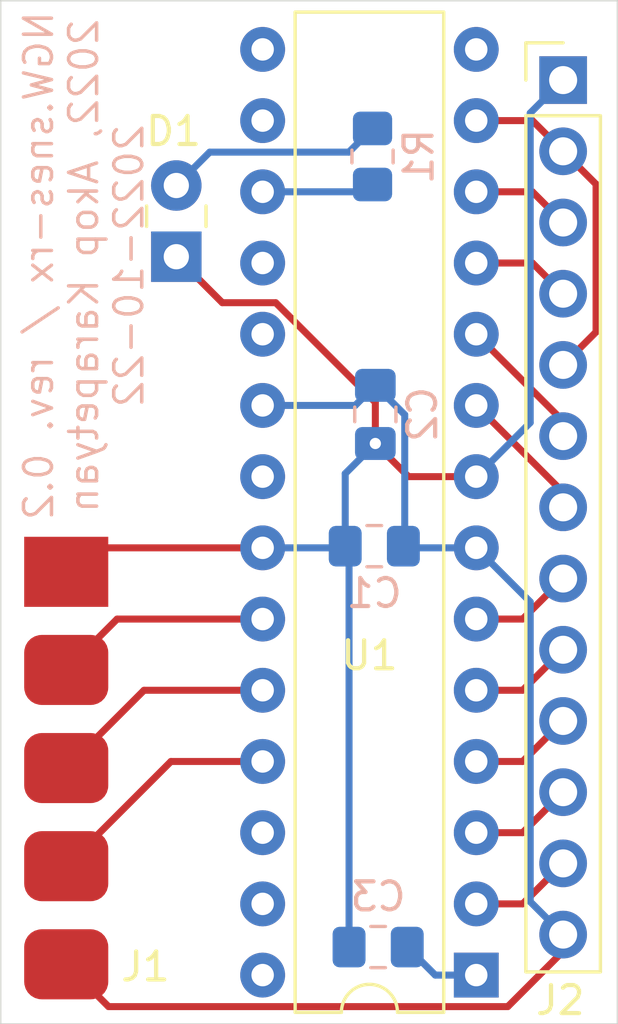
<source format=kicad_pcb>
(kicad_pcb (version 20211014) (generator pcbnew)
  (title_block (title "${PROJECT_NAME}") (date "${ISSUE_DATE}") (rev "${REV_NUMBER}") (company "${AUTHOR_NAME}"))
  (layers (0 "F.Cu" signal) (31 "B.Cu" signal) (34 "B.Paste" user) (35 "F.Paste" user) (36 "B.SilkS" user "B.Silkscreen") (37 "F.SilkS" user "F.Silkscreen") (38 "B.Mask" user) (39 "F.Mask" user) (44 "Edge.Cuts" user))
  (property "AUTHOR_NAME" "Akop Karapetyan")
  (property "ISSUE_DATE" "2022-10-22")
  (property "PROJECT_NAME" "SNES to Neo-Geo Receiver Converter")
  (property "REV_NUMBER" "0.2")
  (net 0 "")
  (net 1 "GND")
  (net 2 "+5V")
  (net 3 "CLOCK")
  (net 4 "LATCH")
  (net 5 "DATA")
  (net 6 "SELECT")
  (net 7 "START")
  (net 8 "A")
  (net 9 "B")
  (net 10 "C")
  (net 11 "D")
  (net 12 "UP")
  (net 13 "RIGHT")
  (net 14 "DOWN")
  (net 15 "LEFT")
  (net 16 "Net-(C3-Pad2)")
  (net 17 "Net-(D1-Pad2)")
  (net 18 "Net-(R1-Pad1)")
  (footprint "NGWireless:Wide5PinConnector" (layer "F.Cu") (at 150.465 102.357 90)
    (fp_text reference "J1" (at -7.1 2.7 unlocked) (layer "F.SilkS"))
    (fp_text value "SNES_Conn_1")
    (pad "1" smd roundrect (at -7.015 -0.127 90) (size 2.5 3) (layers "F.Cu" "F.Paste" "F.Mask") (net 2 "+5V"))
    (pad "2" smd roundrect (at -3.515 -0.127 90) (size 2.5 3) (layers "F.Cu" "F.Paste" "F.Mask") (net 3 "CLOCK"))
    (pad "3" smd roundrect (at -0.015 -0.127 90) (size 2.5 3) (layers "F.Cu" "F.Paste" "F.Mask") (net 4 "LATCH"))
    (pad "4" smd roundrect (at 3.485 -0.127 90) (size 2.5 3) (layers "F.Cu" "F.Paste" "F.Mask") (net 5 "DATA"))
    (pad "5" smd rect (at 6.985 -0.127 90) (size 2.5 3) (layers "F.Cu" "F.Paste" "F.Mask") (net 1 "GND"))
  )
  (footprint "Connector_PinHeader_2.54mm:PinHeader_1x13_P2.54mm_Vertical" (layer "F.Cu") (at 168.065 77.832)
    (fp_text reference "J2" (at -0.1 32.825) (layer "F.SilkS"))
    (fp_text value "NG_Conn" hide)
    (fp_line (start -1.33 31.81) (end 1.33 31.81) (layer "F.SilkS") (width 0.12))
    (fp_line (start -1.33 1.27) (end -1.33 31.81) (layer "F.SilkS") (width 0.12))
    (fp_line (start -1.33 1.27) (end 1.33 1.27) (layer "F.SilkS") (width 0.12))
    (fp_line (start -1.33 0) (end -1.33 -1.33) (layer "F.SilkS") (width 0.12))
    (fp_line (start -1.33 -1.33) (end 0 -1.33) (layer "F.SilkS") (width 0.12))
    (fp_line (start 1.33 1.27) (end 1.33 31.81) (layer "F.SilkS") (width 0.12))
    (pad "1" thru_hole rect locked (at 0 0) (size 1.7 1.7) (drill 1) (layers *.Cu *.Mask) (net 1 "GND"))
    (pad "2" thru_hole oval locked (at 0 2.54) (size 1.7 1.7) (drill 1) (layers *.Cu *.Mask) (net 11 "D"))
    (pad "3" thru_hole oval locked (at 0 5.08) (size 1.7 1.7) (drill 1) (layers *.Cu *.Mask) (net 6 "SELECT"))
    (pad "4" thru_hole oval locked (at 0 7.62) (size 1.7 1.7) (drill 1) (layers *.Cu *.Mask) (net 7 "START"))
    (pad "5" thru_hole oval locked (at 0 10.16) (size 1.7 1.7) (drill 1) (layers *.Cu *.Mask) (net 11 "D"))
    (pad "6" thru_hole oval locked (at 0 12.7) (size 1.7 1.7) (drill 1) (layers *.Cu *.Mask) (net 10 "C"))
    (pad "7" thru_hole oval locked (at 0 15.24) (size 1.7 1.7) (drill 1) (layers *.Cu *.Mask) (net 9 "B"))
    (pad "8" thru_hole oval locked (at 0 17.78) (size 1.7 1.7) (drill 1) (layers *.Cu *.Mask) (net 8 "A"))
    (pad "9" thru_hole oval locked (at 0 20.32) (size 1.7 1.7) (drill 1) (layers *.Cu *.Mask) (net 13 "RIGHT"))
    (pad "10" thru_hole oval locked (at 0 22.86) (size 1.7 1.7) (drill 1) (layers *.Cu *.Mask) (net 15 "LEFT"))
    (pad "11" thru_hole oval locked (at 0 25.4) (size 1.7 1.7) (drill 1) (layers *.Cu *.Mask) (net 14 "DOWN"))
    (pad "12" thru_hole oval locked (at 0 27.94) (size 1.7 1.7) (drill 1) (layers *.Cu *.Mask) (net 12 "UP"))
    (pad "13" thru_hole oval locked (at 0 30.48) (size 1.7 1.7) (drill 1) (layers *.Cu *.Mask) (net 2 "+5V"))
  )
  (footprint "Package_DIP:DIP-28_W7.62mm" (layer "F.Cu") (at 164.965 109.757 180)
    (fp_text reference "U1" (at 3.81 11.4) (layer "F.SilkS"))
    (fp_text value "ATmega328P-PU" hide)
    (fp_line (start 6.46 34.35) (end 6.46 -1.33) (layer "F.SilkS") (width 0.12))
    (fp_line (start 1.16 -1.33) (end 1.16 34.35) (layer "F.SilkS") (width 0.12))
    (fp_line (start 1.16 34.35) (end 6.46 34.35) (layer "F.SilkS") (width 0.12))
    (fp_line (start 6.46 -1.33) (end 4.81 -1.33) (layer "F.SilkS") (width 0.12))
    (fp_line (start 2.81 -1.33) (end 1.16 -1.33) (layer "F.SilkS") (width 0.12))
    (fp_arc (start 4.81 -1.33) (mid 3.81 -0.33) (end 2.81 -1.33) (layer "F.SilkS") (width 0.12))
    (pad "1" thru_hole rect locked (at 0 0 180) (size 1.6 1.6) (drill 0.8) (layers *.Cu *.Mask) (net 16 "Net-(C3-Pad2)"))
    (pad "2" thru_hole oval locked (at 0 2.54 180) (size 1.6 1.6) (drill 0.8) (layers *.Cu *.Mask) (net 12 "UP"))
    (pad "3" thru_hole oval locked (at 0 5.08 180) (size 1.6 1.6) (drill 0.8) (layers *.Cu *.Mask) (net 14 "DOWN"))
    (pad "4" thru_hole oval locked (at 0 7.62 180) (size 1.6 1.6) (drill 0.8) (layers *.Cu *.Mask) (net 15 "LEFT"))
    (pad "5" thru_hole oval locked (at 0 10.16 180) (size 1.6 1.6) (drill 0.8) (layers *.Cu *.Mask) (net 13 "RIGHT"))
    (pad "6" thru_hole oval locked (at 0 12.7 180) (size 1.6 1.6) (drill 0.8) (layers *.Cu *.Mask) (net 8 "A"))
    (pad "7" thru_hole oval locked (at 0 15.24 180) (size 1.6 1.6) (drill 0.8) (layers *.Cu *.Mask) (net 2 "+5V"))
    (pad "8" thru_hole oval locked (at 0 17.78 180) (size 1.6 1.6) (drill 0.8) (layers *.Cu *.Mask) (net 1 "GND"))
    (pad "9" thru_hole oval locked (at 0 20.32 180) (size 1.6 1.6) (drill 0.8) (layers *.Cu *.Mask) (net 9 "B"))
    (pad "10" thru_hole oval locked (at 0 22.86 180) (size 1.6 1.6) (drill 0.8) (layers *.Cu *.Mask) (net 10 "C"))
    (pad "11" thru_hole oval locked (at 0 25.4 180) (size 1.6 1.6) (drill 0.8) (layers *.Cu *.Mask) (net 7 "START"))
    (pad "12" thru_hole oval locked (at 0 27.94 180) (size 1.6 1.6) (drill 0.8) (layers *.Cu *.Mask) (net 6 "SELECT"))
    (pad "13" thru_hole oval locked (at 0 30.48 180) (size 1.6 1.6) (drill 0.8) (layers *.Cu *.Mask) (net 11 "D"))
    (pad "14" thru_hole oval locked (at 0 33.02 180) (size 1.6 1.6) (drill 0.8) (layers *.Cu *.Mask))
    (pad "15" thru_hole oval locked (at 7.62 33.02 180) (size 1.6 1.6) (drill 0.8) (layers *.Cu *.Mask))
    (pad "16" thru_hole oval locked (at 7.62 30.48 180) (size 1.6 1.6) (drill 0.8) (layers *.Cu *.Mask))
    (pad "17" thru_hole oval locked (at 7.62 27.94 180) (size 1.6 1.6) (drill 0.8) (layers *.Cu *.Mask) (net 18 "Net-(R1-Pad1)"))
    (pad "18" thru_hole oval locked (at 7.62 25.4 180) (size 1.6 1.6) (drill 0.8) (layers *.Cu *.Mask))
    (pad "19" thru_hole oval locked (at 7.62 22.86 180) (size 1.6 1.6) (drill 0.8) (layers *.Cu *.Mask))
    (pad "20" thru_hole oval locked (at 7.62 20.32 180) (size 1.6 1.6) (drill 0.8) (layers *.Cu *.Mask) (net 2 "+5V"))
    (pad "21" thru_hole oval locked (at 7.62 17.78 180) (size 1.6 1.6) (drill 0.8) (layers *.Cu *.Mask))
    (pad "22" thru_hole oval locked (at 7.62 15.24 180) (size 1.6 1.6) (drill 0.8) (layers *.Cu *.Mask) (net 1 "GND"))
    (pad "23" thru_hole oval locked (at 7.62 12.7 180) (size 1.6 1.6) (drill 0.8) (layers *.Cu *.Mask) (net 5 "DATA"))
    (pad "24" thru_hole oval locked (at 7.62 10.16 180) (size 1.6 1.6) (drill 0.8) (layers *.Cu *.Mask) (net 4 "LATCH"))
    (pad "25" thru_hole oval locked (at 7.62 7.62 180) (size 1.6 1.6) (drill 0.8) (layers *.Cu *.Mask) (net 3 "CLOCK"))
    (pad "26" thru_hole oval locked (at 7.62 5.08 180) (size 1.6 1.6) (drill 0.8) (layers *.Cu *.Mask))
    (pad "27" thru_hole oval locked (at 7.62 2.54 180) (size 1.6 1.6) (drill 0.8) (layers *.Cu *.Mask))
    (pad "28" thru_hole oval locked (at 7.62 0 180) (size 1.6 1.6) (drill 0.8) (layers *.Cu *.Mask))
  )
  (footprint "LED_THT:LED_Rectangular_W3.0mm_H2.0mm" (layer "F.Cu") (at 154.265 84.132 90)
    (fp_text reference "D1" (at 4.475 -0.1 180) (layer "F.SilkS"))
    (fp_text value "GRN LED")
    (fp_line (start 1.08 1.06) (end 1.811 1.06) (layer "F.SilkS") (width 0.12))
    (fp_line (start 1.08 -1.06) (end 1.811 -1.06) (layer "F.SilkS") (width 0.12))
    (pad "1" thru_hole rect locked (at 0 0 90) (size 1.8 1.8) (drill 0.9) (layers *.Cu *.Mask) (net 1 "GND"))
    (pad "2" thru_hole circle locked (at 2.54 0 90) (size 1.8 1.8) (drill 0.9) (layers *.Cu *.Mask) (net 17 "Net-(D1-Pad2)"))
  )
  (footprint "Capacitor_SMD:C_0805_2012Metric_Pad1.18x1.45mm_HandSolder" (layer "B.Cu") (at 161.465 108.757)
    (fp_text reference "C3" (at 0 -1.8) (layer "B.SilkS") (effects (justify mirror)))
    (fp_text value "0.1uF")
    (fp_line (start -0.261252 -0.735) (end 0.261252 -0.735) (layer "B.SilkS") (width 0.12))
    (fp_line (start -0.261252 0.735) (end 0.261252 0.735) (layer "B.SilkS") (width 0.12))
    (pad "1" smd roundrect locked (at -1.0375 0) (size 1.175 1.45) (layers "B.Cu" "B.Paste" "B.Mask") (roundrect_rratio 0.2127659574) (net 1 "GND"))
    (pad "2" smd roundrect locked (at 1.0375 0) (size 1.175 1.45) (layers "B.Cu" "B.Paste" "B.Mask") (roundrect_rratio 0.2127659574) (net 16 "Net-(C3-Pad2)"))
  )
  (footprint "Capacitor_SMD:C_0805_2012Metric_Pad1.18x1.45mm_HandSolder" (layer "B.Cu") (at 161.365 89.757 90)
    (fp_text reference "C2" (at 0 1.68 90) (layer "B.SilkS") (effects (justify mirror)))
    (fp_text value "0.1uF")
    (fp_line (start -0.261252 -0.735) (end 0.261252 -0.735) (layer "B.SilkS") (width 0.12))
    (fp_line (start -0.261252 0.735) (end 0.261252 0.735) (layer "B.SilkS") (width 0.12))
    (pad "1" smd roundrect locked (at -1.0375 0 90) (size 1.175 1.45) (layers "B.Cu" "B.Paste" "B.Mask") (roundrect_rratio 0.212766) (net 1 "GND"))
    (pad "2" smd roundrect locked (at 1.0375 0 90) (size 1.175 1.45) (layers "B.Cu" "B.Paste" "B.Mask") (roundrect_rratio 0.212766) (net 2 "+5V"))
  )
  (footprint "Capacitor_SMD:C_0805_2012Metric_Pad1.18x1.45mm_HandSolder" (layer "B.Cu") (at 161.3275 94.457)
    (fp_text reference "C1" (at 0 1.68) (layer "B.SilkS") (effects (justify mirror)))
    (fp_text value "0.1uF")
    (fp_line (start -0.261252 0.735) (end 0.261252 0.735) (layer "B.SilkS") (width 0.12))
    (fp_line (start -0.261252 -0.735) (end 0.261252 -0.735) (layer "B.SilkS") (width 0.12))
    (pad "1" smd roundrect locked (at -1.0375 0) (size 1.175 1.45) (layers "B.Cu" "B.Paste" "B.Mask") (roundrect_rratio 0.212766) (net 1 "GND"))
    (pad "2" smd roundrect locked (at 1.0375 0) (size 1.175 1.45) (layers "B.Cu" "B.Paste" "B.Mask") (roundrect_rratio 0.212766) (net 2 "+5V"))
  )
  (footprint "Resistor_SMD:R_0805_2012Metric_Pad1.20x1.40mm_HandSolder" (layer "B.Cu") (at 161.265 80.557 90)
    (fp_text reference "R1" (at 0 1.65 90) (layer "B.SilkS") (effects (justify mirror)))
    (fp_text value "68ohm")
    (fp_line (start -0.227064 0.735) (end 0.227064 0.735) (layer "B.SilkS") (width 0.12))
    (fp_line (start -0.227064 -0.735) (end 0.227064 -0.735) (layer "B.SilkS") (width 0.12))
    (pad "1" smd roundrect locked (at -1 0 90) (size 1.2 1.4) (layers "B.Cu" "B.Paste" "B.Mask") (roundrect_rratio 0.208333) (net 18 "Net-(R1-Pad1)"))
    (pad "2" smd roundrect locked (at 1 0 90) (size 1.2 1.4) (layers "B.Cu" "B.Paste" "B.Mask") (roundrect_rratio 0.208333) (net 17 "Net-(D1-Pad2)"))
  )
  (gr_line (start 148 75) (end 148 111.5) (layer "Edge.Cuts") (width 0.05))
  (gr_line (start 148 111.5) (end 170 111.5) (layer "Edge.Cuts") (width 0.05))
  (gr_line (start 170 75) (end 148 75) (layer "Edge.Cuts") (width 0.05))
  (gr_line (start 170 111.5) (end 170 75) (layer "Edge.Cuts") (width 0.05))
  (gr_text "NGW.snes-rx / rev. ${REV_NUMBER}\n2022, ${AUTHOR_NAME}\n${ISSUE_DATE}" (at 150.965 84.457 90) (layer "B.SilkS") (effects (font (size 1 1) (thickness 0.125)) (justify mirror)))
  (segment (start 155.905489 85.772489) (end 157.810789 85.772489) (width 0.25) (layer "F.Cu") (net 1))
  (segment (start 157.345 94.517) (end 151.193 94.517) (width 0.25) (layer "F.Cu") (net 1))
  (segment (start 162.5475 91.977) (end 161.365 90.7945) (width 0.25) (layer "F.Cu") (net 1))
  (segment (start 151.193 94.517) (end 150.338 95.372) (width 0.25) (layer "F.Cu") (net 1))
  (segment (start 161.365 89.3267) (end 161.365 90.7945) (width 0.25) (layer "F.Cu") (net 1))
  (segment (start 154.265 84.132) (end 155.905489 85.772489) (width 0.25) (layer "F.Cu") (net 1))
  (segment (start 164.965 91.977) (end 162.5475 91.977) (width 0.25) (layer "F.Cu") (net 1))
  (segment (start 157.810789 85.772489) (end 161.365 89.3267) (width 0.25) (layer "F.Cu") (net 1))
  (via (at 161.365 90.7945) (size 0.8) (drill 0.4) (layers "F.Cu" "B.Cu") (net 1))
  (segment (start 160.29 94.457) (end 160.23 94.517) (width 0.25) (layer "B.Cu") (net 1))
  (segment (start 160.29 94.457) (end 160.29 91.8695) (width 0.25) (layer "B.Cu") (net 1))
  (segment (start 160.4275 108.757) (end 160.4275 94.5945) (width 0.25) (layer "B.Cu") (net 1))
  (segment (start 168.065 77.832) (end 166.890489 79.006511) (width 0.25) (layer "B.Cu") (net 1))
  (segment (start 160.4275 94.5945) (end 160.29 94.457) (width 0.25) (layer "B.Cu") (net 1))
  (segment (start 166.890489 79.006511) (end 166.890489 90.051511) (width 0.25) (layer "B.Cu") (net 1))
  (segment (start 160.29 91.8695) (end 161.365 90.7945) (width 0.25) (layer "B.Cu") (net 1))
  (segment (start 160.23 94.517) (end 157.345 94.517) (width 0.25) (layer "B.Cu") (net 1))
  (segment (start 166.890489 90.051511) (end 164.965 91.977) (width 0.25) (layer "B.Cu") (net 1))
  (segment (start 150.338 109.372) (end 151.847511 110.881511) (width 0.25) (layer "F.Cu") (net 2))
  (segment (start 168.065 108.906022) (end 168.065 108.312) (width 0.25) (layer "F.Cu") (net 2))
  (segment (start 151.847511 110.881511) (end 166.089511 110.881511) (width 0.25) (layer "F.Cu") (net 2))
  (segment (start 166.089511 110.881511) (end 168.065 108.906022) (width 0.25) (layer "F.Cu") (net 2))
  (segment (start 166.890489 107.137489) (end 168.065 108.312) (width 0.25) (layer "B.Cu") (net 2))
  (segment (start 162.41452 94.40748) (end 162.365 94.457) (width 0.25) (layer "B.Cu") (net 2))
  (segment (start 164.965 94.517) (end 166.890489 96.442489) (width 0.25) (layer "B.Cu") (net 2))
  (segment (start 162.41452 89.76902) (end 162.41452 94.40748) (width 0.25) (layer "B.Cu") (net 2))
  (segment (start 161.365 88.7195) (end 162.41452 89.76902) (width 0.25) (layer "B.Cu") (net 2))
  (segment (start 161.365 88.7195) (end 160.6475 89.437) (width 0.25) (layer "B.Cu") (net 2))
  (segment (start 166.890489 96.442489) (end 166.890489 107.137489) (width 0.25) (layer "B.Cu") (net 2))
  (segment (start 162.365 94.457) (end 162.425 94.517) (width 0.25) (layer "B.Cu") (net 2))
  (segment (start 160.6475 89.437) (end 157.345 89.437) (width 0.25) (layer "B.Cu") (net 2))
  (segment (start 162.425 94.517) (end 164.965 94.517) (width 0.25) (layer "B.Cu") (net 2))
  (segment (start 154.073 102.137) (end 150.338 105.872) (width 0.25) (layer "F.Cu") (net 3))
  (segment (start 157.345 102.137) (end 154.073 102.137) (width 0.25) (layer "F.Cu") (net 3))
  (segment (start 157.345 99.597) (end 153.113 99.597) (width 0.25) (layer "F.Cu") (net 4))
  (segment (start 153.113 99.597) (end 150.338 102.372) (width 0.25) (layer "F.Cu") (net 4))
  (segment (start 157.345 97.057) (end 152.153 97.057) (width 0.25) (layer "F.Cu") (net 5))
  (segment (start 152.153 97.057) (end 150.338 98.872) (width 0.25) (layer "F.Cu") (net 5))
  (segment (start 164.965 81.817) (end 166.97 81.817) (width 0.25) (layer "F.Cu") (net 6))
  (segment (start 166.97 81.817) (end 168.065 82.912) (width 0.25) (layer "F.Cu") (net 6))
  (segment (start 166.97 84.357) (end 168.065 85.452) (width 0.25) (layer "F.Cu") (net 7))
  (segment (start 164.965 84.357) (end 166.97 84.357) (width 0.25) (layer "F.Cu") (net 7))
  (segment (start 164.965 97.057) (end 166.62 97.057) (width 0.25) (layer "F.Cu") (net 8))
  (segment (start 166.62 97.057) (end 168.065 95.612) (width 0.25) (layer "F.Cu") (net 8))
  (segment (start 168.065 92.537) (end 168.065 93.072) (width 0.25) (layer "F.Cu") (net 9))
  (segment (start 164.965 89.437) (end 168.065 92.537) (width 0.25) (layer "F.Cu") (net 9))
  (segment (start 168.065 89.997) (end 168.065 90.532) (width 0.25) (layer "F.Cu") (net 10))
  (segment (start 164.965 86.897) (end 168.065 89.997) (width 0.25) (layer "F.Cu") (net 10))
  (segment (start 169.239511 81.546511) (end 169.239511 86.817489) (width 0.25) (layer "F.Cu") (net 11))
  (segment (start 166.97 79.277) (end 168.065 80.372) (width 0.25) (layer "F.Cu") (net 11))
  (segment (start 168.065 80.372) (end 169.239511 81.546511) (width 0.25) (layer "F.Cu") (net 11))
  (segment (start 164.965 79.277) (end 166.97 79.277) (width 0.25) (layer "F.Cu") (net 11))
  (segment (start 169.239511 86.817489) (end 168.065 87.992) (width 0.25) (layer "F.Cu") (net 11))
  (segment (start 166.62 107.217) (end 168.065 105.772) (width 0.25) (layer "F.Cu") (net 12))
  (segment (start 164.965 107.217) (end 166.62 107.217) (width 0.25) (layer "F.Cu") (net 12))
  (segment (start 164.965 99.597) (end 166.62 99.597) (width 0.25) (layer "F.Cu") (net 13))
  (segment (start 166.62 99.597) (end 168.065 98.152) (width 0.25) (layer "F.Cu") (net 13))
  (segment (start 164.965 104.677) (end 166.62 104.677) (width 0.25) (layer "F.Cu") (net 14))
  (segment (start 166.62 104.677) (end 168.065 103.232) (width 0.25) (layer "F.Cu") (net 14))
  (segment (start 166.62 102.137) (end 168.065 100.692) (width 0.25) (layer "F.Cu") (net 15))
  (segment (start 164.965 102.137) (end 166.62 102.137) (width 0.25) (layer "F.Cu") (net 15))
  (segment (start 163.5025 109.757) (end 164.965 109.757) (width 0.25) (layer "B.Cu") (net 16))
  (segment (start 162.5025 108.757) (end 163.5025 109.757) (width 0.25) (layer "B.Cu") (net 16))
  (segment (start 155.455489 80.401511) (end 154.265 81.592) (width 0.25) (layer "B.Cu") (net 17))
  (segment (start 161.265 79.557) (end 160.420489 80.401511) (width 0.25) (layer "B.Cu") (net 17))
  (segment (start 160.420489 80.401511) (end 155.455489 80.401511) (width 0.25) (layer "B.Cu") (net 17))
  (segment (start 161.265 81.557) (end 161.005 81.817) (width 0.25) (layer "B.Cu") (net 18))
  (segment (start 161.005 81.817) (end 157.345 81.817) (width 0.25) (layer "B.Cu") (net 18))
)
</source>
